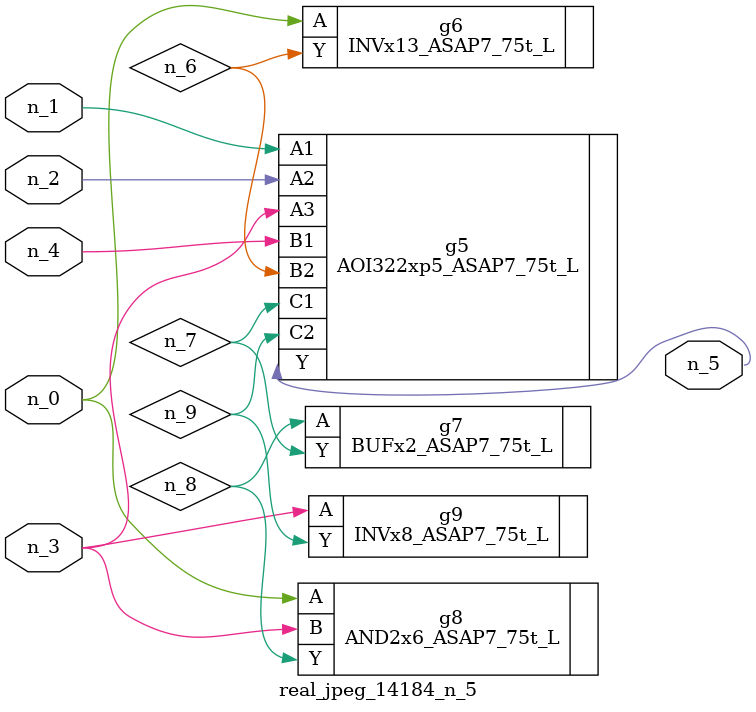
<source format=v>
module real_jpeg_14184_n_5 (n_4, n_0, n_1, n_2, n_3, n_5);

input n_4;
input n_0;
input n_1;
input n_2;
input n_3;

output n_5;

wire n_8;
wire n_6;
wire n_7;
wire n_9;

INVx13_ASAP7_75t_L g6 ( 
.A(n_0),
.Y(n_6)
);

AND2x6_ASAP7_75t_L g8 ( 
.A(n_0),
.B(n_3),
.Y(n_8)
);

AOI322xp5_ASAP7_75t_L g5 ( 
.A1(n_1),
.A2(n_2),
.A3(n_3),
.B1(n_4),
.B2(n_6),
.C1(n_7),
.C2(n_9),
.Y(n_5)
);

INVx8_ASAP7_75t_L g9 ( 
.A(n_3),
.Y(n_9)
);

BUFx2_ASAP7_75t_L g7 ( 
.A(n_8),
.Y(n_7)
);


endmodule
</source>
